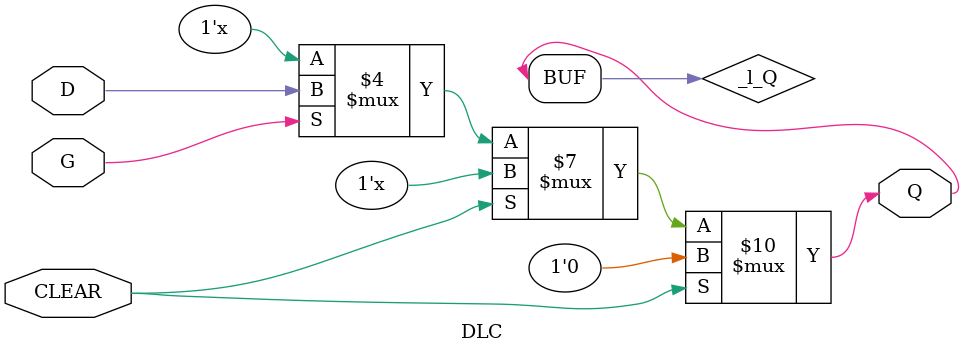
<source format=v>
`ifdef verilator3
`else
`timescale 1 ps / 1 ps
`endif

module DLC
#(
    parameter INIT = 1'b0
)
(
    input  CLEAR,
    input  G,
    input  D,
    output Q
);

    reg _l_Q;

    initial begin
        _l_Q = INIT;
    end

    always @(CLEAR or G or D) begin
    
        if (CLEAR) begin
	        _l_Q = 1'b0;
        end
        else if (G) begin
	        _l_Q = D;
        end
    end

    assign Q = _l_Q;

endmodule

</source>
